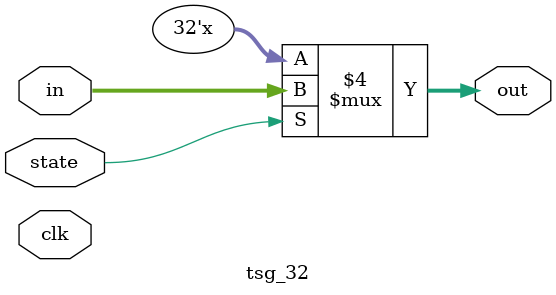
<source format=v>
module tsg(in , state , out , clk);								//one bit tri state gate with input in , state and clock - non pipelined
	input in , state , clk;										//leaving it non-pipelined
	output out;

	wire inc , stc;												//for output of dff of input and state respectively

	reg out;

	//dff d1(in , inc , clk);
	//dff d2(state , stc , clk);

	always @(in or state or clk)								//assigns output of tri state gate
	begin

		if(state == 0)												//add dff , replace state with stc
			out <= 1'bz;
		else out <= in;										//add dff , replace in with inc

	end

endmodule // tsg

module tsg_32(in , state , out , clk);							//32 bit tri state gate array accepting 32 bit input <in> , one bit state <state> , 32 bit output <out> and clock - non pipelined

	input [31:0]in;
	input state , clk;
	
	output [31:0] out;

	reg [31:0] out;												//add dff_32 after this line for pipeline purposes

	always @(in or state or clk)								//assigns 32 bit output 
	begin

		if(state == 0)												//add dff , replace state with stc
			out <= 32'bz;
		else out <= in;										//add dff , replace in with inc

	end

endmodule


/*module tsg_tb();												//testbench for one bit tri state gate modifiable easily for with and w/o clock / pipeline

	reg in , state , clk;

	wire out;

	tsg t1(in , state , out , clk);

	initial
	begin
	
		clk=0;
	
	end

	always
	begin 
		
		#1
		
		clk=~clk;
	
	end

	always
	begin
		
		#10 $finish;
	
	end

	initial begin

		//state = 1'b1;
		//in = 1'b0;

		#1

		state = 1'b1;
		in = 1'b1;

		#1

		state = 1'b1;
		in = 1'b0;

		#1

		state = 1'b0;
		in = 1'b1;

		#1

		state = 1'b0;
		in = 1'b0;

	end

	initial begin

		$monitor($time,"  state = %b , in = %b , out = %b",state , in , out);
	
	end

endmodule // tsg_tb*/

/*module tsg32_tb();												//testbench for 32 bit tri state gate modifiable easily for with and w/o clock / pipeline

	reg state , clk;
	reg [31:0] in;

	wire [31:0] out;

	tsg_32 t1(in , state , out , clk);

	initial
	begin
	
		clk=0;
	
	end

	always
	begin 
		
		#1
		
		clk=~clk;
	
	end

	always
	begin
		
		#10 $finish;
	
	end

	initial begin

		//state = 1'b1;
		//in = 1'b0;

		#1

		state = 1'b1;
		in = 32'b00110011001100110011001100110011;

		#1

		state = 1'b1;
		in = 32'b00000000000000011111111111111111;

		#1

		state = 1'b0;
		in = 32'b01010101010101110000011010101010;

		#1

		state = 1'b0;
		in = 32'b01010101010111110000000011001000;

	end

	initial begin

		$monitor($time,"  state = %b , in = %b , out = %b",state , in , out);
	
	end // initial

endmodule // tsg_tb*/

</source>
